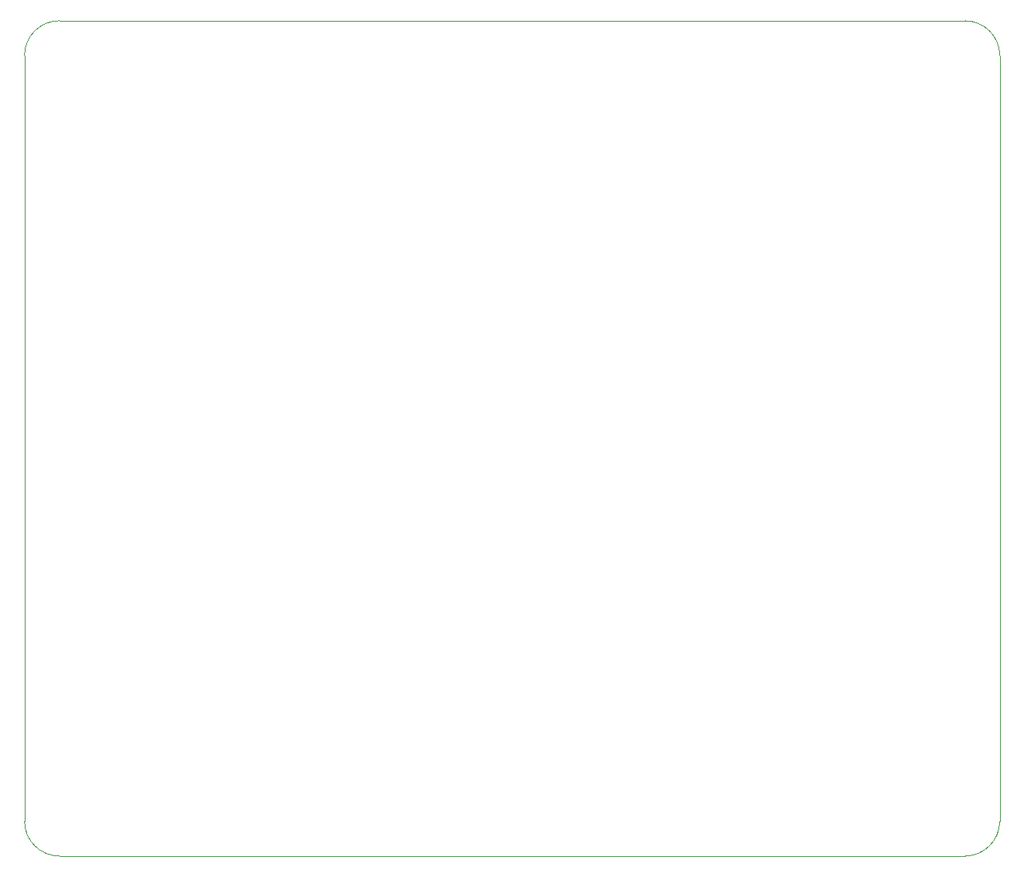
<source format=gbr>
%TF.GenerationSoftware,Altium Limited,Altium Designer,19.1.7 (138)*%
G04 Layer_Color=0*
%FSLAX26Y26*%
%MOIN*%
%TF.FileFunction,Profile,NP*%
%TF.Part,Single*%
G01*
G75*
%TA.AperFunction,Profile*%
%ADD77C,0.001000*%
D77*
X1150000Y4600000D02*
X5050000Y4600000D01*
D02*
G02*
X5200000Y4450000I1J-149998D01*
G01*
Y1150000D01*
D02*
G02*
X5050000Y1000000I-149866J-134D01*
G01*
X1150000Y1000000D01*
D02*
G02*
X1000000Y1149998I-4J149996D01*
G01*
Y4450000D01*
D02*
G02*
X1150000Y4600000I150000J0D01*
G01*
%TF.MD5,6c43bb7be6045b91667e96e909ec69fc*%
M02*

</source>
